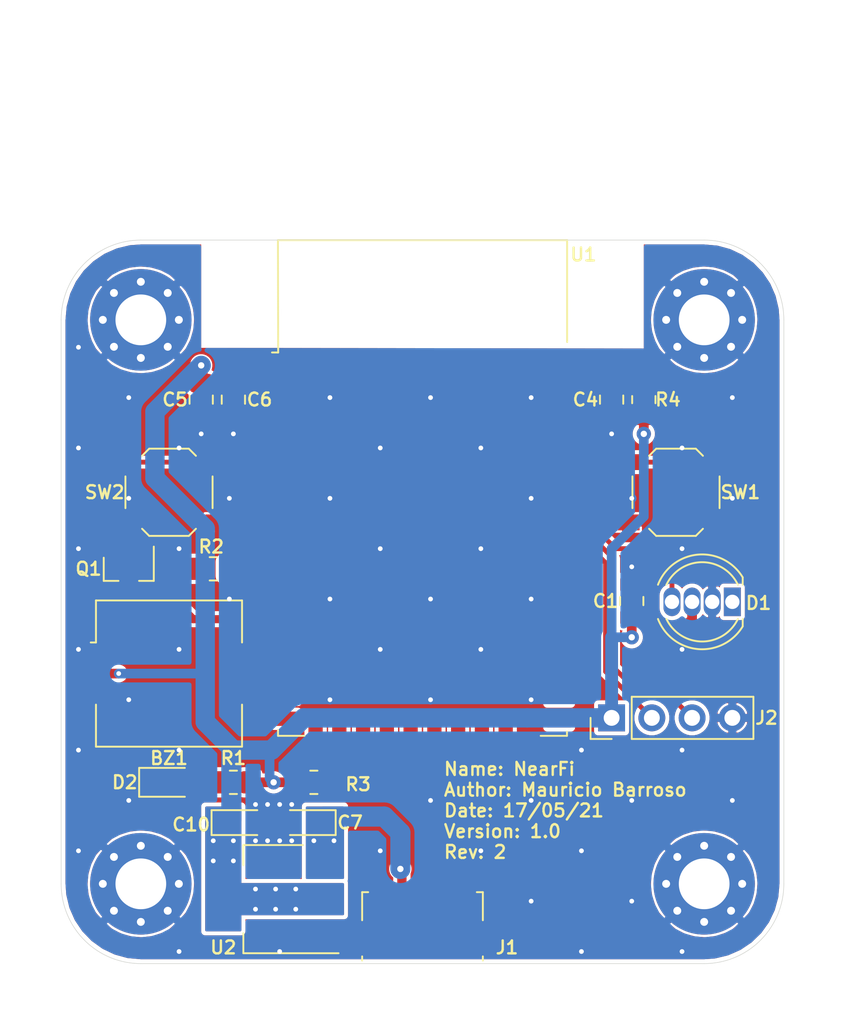
<source format=kicad_pcb>
(kicad_pcb (version 20171130) (host pcbnew 5.1.10-88a1d61d58~88~ubuntu20.10.1)
  (title_block (title natFi) (date 2021-05-17) (rev 2) (comment 3 "email: mauriciobarroso1990@gmail.com") (comment 4 "Author: Mauricio Barroso Benavides"))
  (layers (0 F.Cu signal) (31 B.Cu signal) (34 B.Paste user) (35 F.Paste user) (36 B.SilkS user) (37 F.SilkS user) (38 B.Mask user) (39 F.Mask user) (44 Edge.Cuts user))
  (net 0 "")
  (net 1 +3V3)
  (net 2 GND)
  (net 3 +5V)
  (net 4 /RGB)
  (net 5 "Net-(D2-Pad2)")
  (net 6 "Net-(J1-Pad6)")
  (net 7 /RXD)
  (net 8 /TXD)
  (net 9 "Net-(C4-Pad2)")
  (net 10 "Net-(SW2-Pad2)")
  (net 11 "Net-(R3-Pad1)")
  (net 12 "Net-(BZ1-Pad2)")
  (net 13 "Net-(Q1-Pad1)")
  (net 14 /BUZZER)
  (module RF_Module:ESP32-S2-WROVER (layer F.Cu) (at 149.352 59.69)
    (fp_text reference U1 (at 10.16 -18.542 180) (layer F.SilkS) (effects (font (size 0.8128 0.8128) (thickness 0.1524))))
    (fp_text value ESP32-S2-WROVER)
    (fp_line (start -9.12 11.8) (end -7.46 11.8) (layer F.SilkS) (width 0.12))
    (fp_line (start -9.12 11.44) (end -9.12 11.8) (layer F.SilkS) (width 0.12))
    (fp_line (start 9.12 11.8) (end 7.46 11.8) (layer F.SilkS) (width 0.12))
    (fp_line (start 9.12 11.54) (end 9.12 11.8) (layer F.SilkS) (width 0.12))
    (fp_line (start -9.125 -19.45) (end 9.13 -19.45) (layer F.SilkS) (width 0.12))
    (fp_line (start -9.11 -12.37) (end -9.125 -19.45) (layer F.SilkS) (width 0.12))
    (fp_line (start 9.13 -13.03) (end 9.13 -19.45) (layer F.SilkS) (width 0.12))
    (fp_line (start -9.11 -12.37) (end -9.5 -12.37) (layer F.SilkS) (width 0.12))
    (pad 43 smd rect (at -1.19 -3.735) (size 4.1 4.1) (layers F.Cu F.Paste F.Mask) (net 2 GND))
    (pad 42 smd rect (at 8.625 -11.675) (size 1.5 0.9) (layers F.Cu F.Paste F.Mask) (net 2 GND))
    (pad 41 smd rect (at 8.625 -10.275) (size 1.5 0.9) (layers F.Cu F.Paste F.Mask) (net 9 "Net-(C4-Pad2)"))
    (pad 40 smd rect (at 8.625 -8.775) (size 1.5 0.9) (layers F.Cu F.Paste F.Mask))
    (pad 39 smd rect (at 8.625 -7.175) (size 1.5 0.9) (layers F.Cu F.Paste F.Mask) (net 4 /RGB))
    (pad 25 smd rect (at 5.25 11.475) (size 0.9 1.5) (layers F.Cu F.Paste F.Mask))
    (pad 26 smd rect (at 6.75 11.475) (size 0.9 1.5) (layers F.Cu F.Paste F.Mask) (net 2 GND))
    (pad 27 smd rect (at 8.625 10.825) (size 1.5 0.9) (layers F.Cu F.Paste F.Mask))
    (pad 28 smd rect (at 8.625 9.325) (size 1.5 0.9) (layers F.Cu F.Paste F.Mask))
    (pad 29 smd rect (at 8.625 7.825) (size 1.5 0.9) (layers F.Cu F.Paste F.Mask))
    (pad 30 smd rect (at 8.625 6.325) (size 1.5 0.9) (layers F.Cu F.Paste F.Mask))
    (pad 31 smd rect (at 8.625 4.825) (size 1.5 0.9) (layers F.Cu F.Paste F.Mask))
    (pad 32 smd rect (at 8.625 3.325) (size 1.5 0.9) (layers F.Cu F.Paste F.Mask))
    (pad 33 smd rect (at 8.625 1.825) (size 1.5 0.9) (layers F.Cu F.Paste F.Mask))
    (pad 34 smd rect (at 8.625 0.325) (size 1.5 0.9) (layers F.Cu F.Paste F.Mask))
    (pad 35 smd rect (at 8.625 -1.175) (size 1.5 0.9) (layers F.Cu F.Paste F.Mask))
    (pad 36 smd rect (at 8.625 -2.675) (size 1.5 0.9) (layers F.Cu F.Paste F.Mask))
    (pad 37 smd rect (at 8.625 -4.175) (size 1.5 0.9) (layers F.Cu F.Paste F.Mask) (net 8 /TXD))
    (pad 38 smd rect (at 8.625 -5.675) (size 1.5 0.9) (layers F.Cu F.Paste F.Mask) (net 7 /RXD))
    (pad 14 smd rect (at -8.625 7.725) (size 1.5 0.9) (layers F.Cu F.Paste F.Mask))
    (pad 13 smd rect (at -8.625 6.225) (size 1.5 0.9) (layers F.Cu F.Paste F.Mask))
    (pad 12 smd rect (at -8.625 4.725) (size 1.5 0.9) (layers F.Cu F.Paste F.Mask))
    (pad 11 smd rect (at -8.625 3.225) (size 1.5 0.9) (layers F.Cu F.Paste F.Mask) (net 14 /BUZZER))
    (pad 10 smd rect (at -8.625 1.725) (size 1.5 0.9) (layers F.Cu F.Paste F.Mask))
    (pad 9 smd rect (at -8.625 0.225) (size 1.5 0.9) (layers F.Cu F.Paste F.Mask))
    (pad 8 smd rect (at -8.625 -1.275) (size 1.5 0.9) (layers F.Cu F.Paste F.Mask))
    (pad 7 smd rect (at -8.625 -2.775) (size 1.5 0.9) (layers F.Cu F.Paste F.Mask))
    (pad 6 smd rect (at -8.625 -4.275) (size 1.5 0.9) (layers F.Cu F.Paste F.Mask))
    (pad 5 smd rect (at -8.625 -5.775) (size 1.5 0.9) (layers F.Cu F.Paste F.Mask))
    (pad 4 smd rect (at -8.625 -7.275) (size 1.5 0.9) (layers F.Cu F.Paste F.Mask))
    (pad 3 smd rect (at -8.625 -8.775) (size 1.5 0.9) (layers F.Cu F.Paste F.Mask) (net 10 "Net-(SW2-Pad2)"))
    (pad 2 smd rect (at -8.625 -10.275) (size 1.5 0.9) (layers F.Cu F.Paste F.Mask) (net 1 +3V3))
    (pad 24 smd rect (at 3.75 11.475) (size 0.9 1.5) (layers F.Cu F.Paste F.Mask))
    (pad 23 smd rect (at 2.25 11.475) (size 0.9 1.5) (layers F.Cu F.Paste F.Mask))
    (pad 22 smd rect (at 0.75 11.475) (size 0.9 1.5) (layers F.Cu F.Paste F.Mask))
    (pad 21 smd rect (at -0.75 11.475) (size 0.9 1.5) (layers F.Cu F.Paste F.Mask) (net 11 "Net-(R3-Pad1)"))
    (pad 20 smd rect (at -2.25 11.475) (size 0.9 1.5) (layers F.Cu F.Paste F.Mask))
    (pad 19 smd rect (at -3.75 11.475) (size 0.9 1.5) (layers F.Cu F.Paste F.Mask))
    (pad 18 smd rect (at -5.25 11.475) (size 0.9 1.5) (layers F.Cu F.Paste F.Mask))
    (pad 17 smd rect (at -6.75 11.475) (size 0.9 1.5) (layers F.Cu F.Paste F.Mask))
    (pad 16 smd rect (at -8.625 10.725 180) (size 1.5 0.9) (layers F.Cu F.Paste F.Mask))
    (pad 15 smd rect (at -8.625 9.225 180) (size 1.5 0.9) (layers F.Cu F.Paste F.Mask))
    (pad 1 smd rect (at -8.625 -11.775) (size 1.5 0.9) (layers F.Cu F.Paste F.Mask) (net 2 GND))
  )
  (module Buzzer_Beeper:Buzzer_Murata_PKMCS0909E4000-R1 (layer F.Cu) (at 133.35 67.564)
    (fp_text reference BZ1 (at 0 5.334) (layer F.SilkS) (effects (font (size 0.8128 0.8128) (thickness 0.1524))))
    (fp_text value Buzzer)
    (fp_line (start -4.61 -1.96) (end -4.94 -1.96) (layer F.SilkS) (width 0.12))
    (fp_line (start -4.61 4.61) (end -4.61 1.96) (layer F.SilkS) (width 0.12))
    (fp_line (start 4.61 4.61) (end -4.61 4.61) (layer F.SilkS) (width 0.12))
    (fp_line (start 4.61 1.96) (end 4.61 4.61) (layer F.SilkS) (width 0.12))
    (fp_line (start 4.61 -4.61) (end 4.61 -1.96) (layer F.SilkS) (width 0.12))
    (fp_line (start -4.61 -4.61) (end 4.61 -4.61) (layer F.SilkS) (width 0.12))
    (fp_line (start -4.61 -1.96) (end -4.61 -4.61) (layer F.SilkS) (width 0.12))
    (pad 2 smd rect (at 4.35 0) (size 1.3 3.4) (layers F.Cu F.Paste F.Mask) (net 12 "Net-(BZ1-Pad2)"))
    (pad 1 smd rect (at -4.35 0) (size 1.3 3.4) (layers F.Cu F.Paste F.Mask) (net 1 +3V3))
  )
  (module Resistor_SMD:R_0805_2012Metric_Pad1.20x1.40mm_HandSolder (layer F.Cu) (at 136.144 60.96 180)
    (fp_text reference R2 (at 0.127 1.397) (layer F.SilkS) (effects (font (size 0.8128 0.8128) (thickness 0.1524))))
    (fp_text value 10K)
    (fp_line (start -0.227064 0.735) (end 0.227064 0.735) (layer F.SilkS) (width 0.12))
    (fp_line (start -0.227064 -0.735) (end 0.227064 -0.735) (layer F.SilkS) (width 0.12))
    (pad 1 smd roundrect (at -1 0 180) (size 1.2 1.4) (layers F.Cu F.Paste F.Mask) (roundrect_rratio 0.2083325) (net 14 /BUZZER))
    (pad 2 smd roundrect (at 1 0 180) (size 1.2 1.4) (layers F.Cu F.Paste F.Mask) (roundrect_rratio 0.2083325) (net 13 "Net-(Q1-Pad1)"))
  )
  (module Package_TO_SOT_SMD:SOT-23 (layer F.Cu) (at 130.81 60.96 270)
    (fp_text reference Q1 (at 0 2.54 180) (layer F.SilkS) (effects (font (size 0.8128 0.8128) (thickness 0.1524))))
    (fp_text value MMBT3904)
    (fp_line (start 0.76 1.58) (end 0.76 0.65) (layer F.SilkS) (width 0.12))
    (fp_line (start 0.76 -1.58) (end 0.76 -0.65) (layer F.SilkS) (width 0.12))
    (fp_line (start 0.76 -1.58) (end -1.4 -1.58) (layer F.SilkS) (width 0.12))
    (fp_line (start 0.76 1.58) (end -0.7 1.58) (layer F.SilkS) (width 0.12))
    (pad 3 smd rect (at 1 0 270) (size 0.9 0.8) (layers F.Cu F.Paste F.Mask) (net 12 "Net-(BZ1-Pad2)"))
    (pad 2 smd rect (at -1 0.95 270) (size 0.9 0.8) (layers F.Cu F.Paste F.Mask) (net 2 GND))
    (pad 1 smd rect (at -1 -0.95 270) (size 0.9 0.8) (layers F.Cu F.Paste F.Mask) (net 13 "Net-(Q1-Pad1)"))
  )
  (module Resistor_SMD:R_0805_2012Metric_Pad1.20x1.40mm_HandSolder (layer F.Cu) (at 137.414 74.422)
    (fp_text reference R1 (at 0 -1.524) (layer F.SilkS) (effects (font (size 0.8128 0.8128) (thickness 0.1524))))
    (fp_text value 5.1K)
    (fp_line (start -0.227064 0.735) (end 0.227064 0.735) (layer F.SilkS) (width 0.12))
    (fp_line (start -0.227064 -0.735) (end 0.227064 -0.735) (layer F.SilkS) (width 0.12))
    (pad 2 smd roundrect (at 1 0) (size 1.2 1.4) (layers F.Cu F.Paste F.Mask) (roundrect_rratio 0.2083325) (net 1 +3V3))
    (pad 1 smd roundrect (at -1 0) (size 1.2 1.4) (layers F.Cu F.Paste F.Mask) (roundrect_rratio 0.2083325) (net 5 "Net-(D2-Pad2)"))
  )
  (module LED_SMD:LED_0805_2012Metric_Castellated (layer F.Cu) (at 133.35 74.422)
    (fp_text reference D2 (at -2.794 0) (layer F.SilkS) (effects (font (size 0.8128 0.8128) (thickness 0.1524))))
    (fp_text value LED_PWR)
    (fp_line (start -1.885 0.91) (end 1 0.91) (layer F.SilkS) (width 0.12))
    (fp_line (start -1.885 -0.91) (end -1.885 0.91) (layer F.SilkS) (width 0.12))
    (fp_line (start 1 -0.91) (end -1.885 -0.91) (layer F.SilkS) (width 0.12))
    (pad 2 smd roundrect (at 0.9625 0) (size 1.325 1.3) (layers F.Cu F.Paste F.Mask) (roundrect_rratio 0.1923069230769231) (net 5 "Net-(D2-Pad2)"))
    (pad 1 smd roundrect (at -0.9625 0) (size 1.325 1.3) (layers F.Cu F.Paste F.Mask) (roundrect_rratio 0.1923069230769231) (net 2 GND))
  )
  (module Package_TO_SOT_SMD:SOT-223-3_TabPin2 (layer F.Cu) (at 139.954 81.788 180)
    (fp_text reference U2 (at 3.175 -3.048) (layer F.SilkS) (effects (font (size 0.8128 0.8128) (thickness 0.1524))))
    (fp_text value TLV1117-33)
    (fp_line (start -4.1 -3.41) (end 1.91 -3.41) (layer F.SilkS) (width 0.12))
    (fp_line (start -1.85 3.41) (end 1.91 3.41) (layer F.SilkS) (width 0.12))
    (fp_line (start 1.91 -3.41) (end 1.91 -2.15) (layer F.SilkS) (width 0.12))
    (fp_line (start 1.91 3.41) (end 1.91 2.15) (layer F.SilkS) (width 0.12))
    (pad 1 smd rect (at -3.15 -2.3 180) (size 2 1.5) (layers F.Cu F.Paste F.Mask) (net 2 GND))
    (pad 3 smd rect (at -3.15 2.3 180) (size 2 1.5) (layers F.Cu F.Paste F.Mask) (net 3 +5V))
    (pad 2 smd rect (at -3.15 0 180) (size 2 1.5) (layers F.Cu F.Paste F.Mask) (net 1 +3V3))
    (pad 2 smd rect (at 3.15 0 180) (size 2 3.8) (layers F.Cu F.Paste F.Mask) (net 1 +3V3))
  )
  (module Button_Switch_SMD:SW_SPST_TL3342 (layer F.Cu) (at 133.35 56.134 180)
    (fp_text reference SW2 (at 4.064 0) (layer F.SilkS) (effects (font (size 0.8128 0.8128) (thickness 0.1524))))
    (fp_text value BOOT)
    (fp_line (start -1.25 -2.75) (end 1.25 -2.75) (layer F.SilkS) (width 0.12))
    (fp_line (start -2.75 -1) (end -2.75 1) (layer F.SilkS) (width 0.12))
    (fp_line (start -1.25 2.75) (end 1.25 2.75) (layer F.SilkS) (width 0.12))
    (fp_line (start 2.75 -1) (end 2.75 1) (layer F.SilkS) (width 0.12))
    (fp_line (start -1.7 -2.3) (end -1.25 -2.75) (layer F.SilkS) (width 0.12))
    (fp_line (start 1.7 -2.3) (end 1.25 -2.75) (layer F.SilkS) (width 0.12))
    (fp_line (start 1.7 2.3) (end 1.25 2.75) (layer F.SilkS) (width 0.12))
    (fp_line (start -1.7 2.3) (end -1.25 2.75) (layer F.SilkS) (width 0.12))
    (pad 2 smd rect (at 3.15 1.9 180) (size 1.7 1) (layers F.Cu F.Paste F.Mask) (net 10 "Net-(SW2-Pad2)"))
    (pad 2 smd rect (at -3.15 1.9 180) (size 1.7 1) (layers F.Cu F.Paste F.Mask) (net 10 "Net-(SW2-Pad2)"))
    (pad 1 smd rect (at 3.15 -1.9 180) (size 1.7 1) (layers F.Cu F.Paste F.Mask) (net 2 GND))
    (pad 1 smd rect (at -3.15 -1.9 180) (size 1.7 1) (layers F.Cu F.Paste F.Mask) (net 2 GND))
  )
  (module Button_Switch_SMD:SW_SPST_TL3342 (layer F.Cu) (at 165.354 56.134 180)
    (fp_text reference SW1 (at -4.064 0) (layer F.SilkS) (effects (font (size 0.8128 0.8128) (thickness 0.1524))))
    (fp_text value RESET)
    (fp_line (start -1.25 -2.75) (end 1.25 -2.75) (layer F.SilkS) (width 0.12))
    (fp_line (start -2.75 -1) (end -2.75 1) (layer F.SilkS) (width 0.12))
    (fp_line (start -1.25 2.75) (end 1.25 2.75) (layer F.SilkS) (width 0.12))
    (fp_line (start 2.75 -1) (end 2.75 1) (layer F.SilkS) (width 0.12))
    (fp_line (start -1.7 -2.3) (end -1.25 -2.75) (layer F.SilkS) (width 0.12))
    (fp_line (start 1.7 -2.3) (end 1.25 -2.75) (layer F.SilkS) (width 0.12))
    (fp_line (start 1.7 2.3) (end 1.25 2.75) (layer F.SilkS) (width 0.12))
    (fp_line (start -1.7 2.3) (end -1.25 2.75) (layer F.SilkS) (width 0.12))
    (pad 2 smd rect (at 3.15 1.9 180) (size 1.7 1) (layers F.Cu F.Paste F.Mask) (net 9 "Net-(C4-Pad2)"))
    (pad 2 smd rect (at -3.15 1.9 180) (size 1.7 1) (layers F.Cu F.Paste F.Mask) (net 9 "Net-(C4-Pad2)"))
    (pad 1 smd rect (at 3.15 -1.9 180) (size 1.7 1) (layers F.Cu F.Paste F.Mask) (net 2 GND))
    (pad 1 smd rect (at -3.15 -1.9 180) (size 1.7 1) (layers F.Cu F.Paste F.Mask) (net 2 GND))
  )
  (module Connector_PinHeader_2.54mm:PinHeader_1x04_P2.54mm_Vertical (layer F.Cu) (at 161.29 70.358 90)
    (fp_text reference J2 (at 0 9.779 180) (layer F.SilkS) (effects (font (size 0.8128 0.8128) (thickness 0.1524))))
    (fp_text value CONN_PROG)
    (fp_line (start -1.33 -1.33) (end 0 -1.33) (layer F.SilkS) (width 0.12))
    (fp_line (start -1.33 0) (end -1.33 -1.33) (layer F.SilkS) (width 0.12))
    (fp_line (start -1.33 1.27) (end 1.33 1.27) (layer F.SilkS) (width 0.12))
    (fp_line (start 1.33 1.27) (end 1.33 8.95) (layer F.SilkS) (width 0.12))
    (fp_line (start -1.33 1.27) (end -1.33 8.95) (layer F.SilkS) (width 0.12))
    (fp_line (start -1.33 8.95) (end 1.33 8.95) (layer F.SilkS) (width 0.12))
    (pad 4 thru_hole oval (at 0 7.62 90) (size 1.7 1.7) (drill 1) (layers *.Cu *.Mask) (net 2 GND))
    (pad 3 thru_hole oval (at 0 5.08 90) (size 1.7 1.7) (drill 1) (layers *.Cu *.Mask) (net 7 /RXD))
    (pad 2 thru_hole oval (at 0 2.54 90) (size 1.7 1.7) (drill 1) (layers *.Cu *.Mask) (net 8 /TXD))
    (pad 1 thru_hole rect (at 0 0 90) (size 1.7 1.7) (drill 1) (layers *.Cu *.Mask) (net 1 +3V3))
  )
  (module MountingHole:MountingHole_3.2mm_M3_Pad_Via (layer F.Cu) (at 131.572 45.2628)
    (fp_text reference H4 hide)
    (fp_text value MountingHole_Pad)
    (pad 1 thru_hole circle (at 0 0) (size 6.4 6.4) (drill 3.2) (layers *.Cu *.Mask) (net 2 GND))
    (pad 1 thru_hole circle (at 2.4 0) (size 0.8 0.8) (drill 0.5) (layers *.Cu *.Mask) (net 2 GND))
    (pad 1 thru_hole circle (at 1.697056 1.697056) (size 0.8 0.8) (drill 0.5) (layers *.Cu *.Mask) (net 2 GND))
    (pad 1 thru_hole circle (at 0 2.4) (size 0.8 0.8) (drill 0.5) (layers *.Cu *.Mask) (net 2 GND))
    (pad 1 thru_hole circle (at -1.697056 1.697056) (size 0.8 0.8) (drill 0.5) (layers *.Cu *.Mask) (net 2 GND))
    (pad 1 thru_hole circle (at -2.4 0) (size 0.8 0.8) (drill 0.5) (layers *.Cu *.Mask) (net 2 GND))
    (pad 1 thru_hole circle (at -1.697056 -1.697056) (size 0.8 0.8) (drill 0.5) (layers *.Cu *.Mask) (net 2 GND))
    (pad 1 thru_hole circle (at 0 -2.4) (size 0.8 0.8) (drill 0.5) (layers *.Cu *.Mask) (net 2 GND))
    (pad 1 thru_hole circle (at 1.697056 -1.697056) (size 0.8 0.8) (drill 0.5) (layers *.Cu *.Mask) (net 2 GND))
  )
  (module MountingHole:MountingHole_3.2mm_M3_Pad_Via (layer F.Cu) (at 167.132 45.2628)
    (fp_text reference H3 hide)
    (fp_text value MountingHole_Pad)
    (pad 1 thru_hole circle (at 0 0) (size 6.4 6.4) (drill 3.2) (layers *.Cu *.Mask) (net 2 GND))
    (pad 1 thru_hole circle (at 2.4 0) (size 0.8 0.8) (drill 0.5) (layers *.Cu *.Mask) (net 2 GND))
    (pad 1 thru_hole circle (at 1.697056 1.697056) (size 0.8 0.8) (drill 0.5) (layers *.Cu *.Mask) (net 2 GND))
    (pad 1 thru_hole circle (at 0 2.4) (size 0.8 0.8) (drill 0.5) (layers *.Cu *.Mask) (net 2 GND))
    (pad 1 thru_hole circle (at -1.697056 1.697056) (size 0.8 0.8) (drill 0.5) (layers *.Cu *.Mask) (net 2 GND))
    (pad 1 thru_hole circle (at -2.4 0) (size 0.8 0.8) (drill 0.5) (layers *.Cu *.Mask) (net 2 GND))
    (pad 1 thru_hole circle (at -1.697056 -1.697056) (size 0.8 0.8) (drill 0.5) (layers *.Cu *.Mask) (net 2 GND))
    (pad 1 thru_hole circle (at 0 -2.4) (size 0.8 0.8) (drill 0.5) (layers *.Cu *.Mask) (net 2 GND))
    (pad 1 thru_hole circle (at 1.697056 -1.697056) (size 0.8 0.8) (drill 0.5) (layers *.Cu *.Mask) (net 2 GND))
  )
  (module MountingHole:MountingHole_3.2mm_M3_Pad_Via (layer F.Cu) (at 167.132 80.8228)
    (fp_text reference H2 hide)
    (fp_text value MountingHole_Pad)
    (pad 1 thru_hole circle (at 0 0) (size 6.4 6.4) (drill 3.2) (layers *.Cu *.Mask) (net 2 GND))
    (pad 1 thru_hole circle (at 2.4 0) (size 0.8 0.8) (drill 0.5) (layers *.Cu *.Mask) (net 2 GND))
    (pad 1 thru_hole circle (at 1.697056 1.697056) (size 0.8 0.8) (drill 0.5) (layers *.Cu *.Mask) (net 2 GND))
    (pad 1 thru_hole circle (at 0 2.4) (size 0.8 0.8) (drill 0.5) (layers *.Cu *.Mask) (net 2 GND))
    (pad 1 thru_hole circle (at -1.697056 1.697056) (size 0.8 0.8) (drill 0.5) (layers *.Cu *.Mask) (net 2 GND))
    (pad 1 thru_hole circle (at -2.4 0) (size 0.8 0.8) (drill 0.5) (layers *.Cu *.Mask) (net 2 GND))
    (pad 1 thru_hole circle (at -1.697056 -1.697056) (size 0.8 0.8) (drill 0.5) (layers *.Cu *.Mask) (net 2 GND))
    (pad 1 thru_hole circle (at 0 -2.4) (size 0.8 0.8) (drill 0.5) (layers *.Cu *.Mask) (net 2 GND))
    (pad 1 thru_hole circle (at 1.697056 -1.697056) (size 0.8 0.8) (drill 0.5) (layers *.Cu *.Mask) (net 2 GND))
  )
  (module MountingHole:MountingHole_3.2mm_M3_Pad_Via (layer F.Cu) (at 131.572 80.8228)
    (fp_text reference H1 hide)
    (fp_text value MountingHole_Pad)
    (pad 1 thru_hole circle (at 0 0) (size 6.4 6.4) (drill 3.2) (layers *.Cu *.Mask) (net 2 GND))
    (pad 1 thru_hole circle (at 2.4 0) (size 0.8 0.8) (drill 0.5) (layers *.Cu *.Mask) (net 2 GND))
    (pad 1 thru_hole circle (at 1.697056 1.697056) (size 0.8 0.8) (drill 0.5) (layers *.Cu *.Mask) (net 2 GND))
    (pad 1 thru_hole circle (at 0 2.4) (size 0.8 0.8) (drill 0.5) (layers *.Cu *.Mask) (net 2 GND))
    (pad 1 thru_hole circle (at -1.697056 1.697056) (size 0.8 0.8) (drill 0.5) (layers *.Cu *.Mask) (net 2 GND))
    (pad 1 thru_hole circle (at -2.4 0) (size 0.8 0.8) (drill 0.5) (layers *.Cu *.Mask) (net 2 GND))
    (pad 1 thru_hole circle (at -1.697056 -1.697056) (size 0.8 0.8) (drill 0.5) (layers *.Cu *.Mask) (net 2 GND))
    (pad 1 thru_hole circle (at 0 -2.4) (size 0.8 0.8) (drill 0.5) (layers *.Cu *.Mask) (net 2 GND))
    (pad 1 thru_hole circle (at 1.697056 -1.697056) (size 0.8 0.8) (drill 0.5) (layers *.Cu *.Mask) (net 2 GND))
  )
  (module LED_THT:LED_D5.0mm-4_RGB (layer F.Cu) (at 168.91 63.0428 180)
    (fp_text reference D1 (at -1.651 -0.0762) (layer F.SilkS) (effects (font (size 0.8128 0.8128) (thickness 0.1524))))
    (fp_text value NeoPixel_THT)
    (fp_line (start -0.655 1.08) (end -0.655 1.545) (layer F.SilkS) (width 0.12))
    (fp_line (start -0.655 -1.545) (end -0.655 -1.08) (layer F.SilkS) (width 0.12))
    (fp_arc (start 1.905 0) (end -0.655 -1.54483) (angle 127.7) (layer F.SilkS) (width 0.12))
    (fp_arc (start 1.905 0) (end -0.655 1.54483) (angle -127.7) (layer F.SilkS) (width 0.12))
    (fp_arc (start 1.905 0) (end -0.349684 -1.08) (angle 128.8) (layer F.SilkS) (width 0.12))
    (fp_arc (start 1.905 0) (end -0.349684 1.08) (angle -128.8) (layer F.SilkS) (width 0.12))
    (pad 1 thru_hole rect (at 0 0 180) (size 1.07 1.8) (drill 0.9) (layers *.Cu *.Mask))
    (pad 2 thru_hole oval (at 1.27 0 180) (size 1.07 1.8) (drill 0.9) (layers *.Cu *.Mask) (net 2 GND))
    (pad 3 thru_hole oval (at 2.54 0 180) (size 1.07 1.8) (drill 0.9) (layers *.Cu *.Mask) (net 1 +3V3))
    (pad 4 thru_hole oval (at 3.81 0 180) (size 1.07 1.8) (drill 0.9) (layers *.Cu *.Mask) (net 4 /RGB))
  )
  (module Resistor_SMD:R_0805_2012Metric_Pad1.20x1.40mm_HandSolder (layer F.Cu) (at 142.494 74.422 180)
    (fp_text reference R3 (at -2.794 -0.127) (layer F.SilkS) (effects (font (size 0.8128 0.8128) (thickness 0.1524))))
    (fp_text value 10K)
    (fp_line (start -0.227064 0.735) (end 0.227064 0.735) (layer F.SilkS) (width 0.12))
    (fp_line (start -0.227064 -0.735) (end 0.227064 -0.735) (layer F.SilkS) (width 0.12))
    (pad 1 smd roundrect (at -1 0 180) (size 1.2 1.4) (layers F.Cu F.Paste F.Mask) (roundrect_rratio 0.2083325) (net 11 "Net-(R3-Pad1)"))
    (pad 2 smd roundrect (at 1 0 180) (size 1.2 1.4) (layers F.Cu F.Paste F.Mask) (roundrect_rratio 0.2083325) (net 1 +3V3))
  )
  (module Capacitor_Tantalum_SMD:CP_EIA-2012-15_AVX-P_Pad1.30x1.05mm_HandSolder (layer F.Cu) (at 137.922 76.962)
    (fp_text reference C10 (at -3.175 0.127) (layer F.SilkS) (effects (font (size 0.8128 0.8128) (thickness 0.1524))))
    (fp_text value 10u)
    (fp_line (start -1.885 0.785) (end 1 0.785) (layer F.SilkS) (width 0.12))
    (fp_line (start -1.885 -0.785) (end -1.885 0.785) (layer F.SilkS) (width 0.12))
    (fp_line (start 1 -0.785) (end -1.885 -0.785) (layer F.SilkS) (width 0.12))
    (pad 2 smd roundrect (at 0.975 0) (size 1.3 1.05) (layers F.Cu F.Paste F.Mask) (roundrect_rratio 0.2380942857142857) (net 2 GND))
    (pad 1 smd roundrect (at -0.975 0) (size 1.3 1.05) (layers F.Cu F.Paste F.Mask) (roundrect_rratio 0.2380942857142857) (net 1 +3V3))
  )
  (module Capacitor_Tantalum_SMD:CP_EIA-2012-15_AVX-P_Pad1.30x1.05mm_HandSolder (layer F.Cu) (at 141.986 76.962 180)
    (fp_text reference C7 (at -2.794 0) (layer F.SilkS) (effects (font (size 0.8128 0.8128) (thickness 0.1524))))
    (fp_text value 10u)
    (fp_line (start -1.885 0.785) (end 1 0.785) (layer F.SilkS) (width 0.12))
    (fp_line (start -1.885 -0.785) (end -1.885 0.785) (layer F.SilkS) (width 0.12))
    (fp_line (start 1 -0.785) (end -1.885 -0.785) (layer F.SilkS) (width 0.12))
    (pad 2 smd roundrect (at 0.975 0 180) (size 1.3 1.05) (layers F.Cu F.Paste F.Mask) (roundrect_rratio 0.2380942857142857) (net 2 GND))
    (pad 1 smd roundrect (at -0.975 0 180) (size 1.3 1.05) (layers F.Cu F.Paste F.Mask) (roundrect_rratio 0.2380942857142857) (net 3 +5V))
  )
  (module Connector_USB:USB_Micro-B_Molex_47346-0001 (layer F.Cu) (at 149.352 83.058)
    (fp_text reference J1 (at 5.334 1.778 180) (layer F.SilkS) (effects (font (size 0.8128 0.8128) (thickness 0.1524))))
    (fp_text value PWR_CONN)
    (fp_line (start 3.81 -1.71) (end 3.43 -1.71) (layer F.SilkS) (width 0.12))
    (fp_line (start 3.81 2.34) (end 3.81 2.6) (layer F.SilkS) (width 0.12))
    (fp_line (start 3.81 -1.71) (end 3.81 0.06) (layer F.SilkS) (width 0.12))
    (fp_line (start -3.81 -1.71) (end -3.43 -1.71) (layer F.SilkS) (width 0.12))
    (fp_line (start -3.81 0.06) (end -3.81 -1.71) (layer F.SilkS) (width 0.12))
    (fp_line (start -3.81 2.6) (end -3.81 2.34) (layer F.SilkS) (width 0.12))
    (pad 1 smd rect (at -1.3 -1.46) (size 0.45 1.38) (layers F.Cu F.Paste F.Mask) (net 3 +5V))
    (pad 2 smd rect (at -0.65 -1.46) (size 0.45 1.38) (layers F.Cu F.Paste F.Mask))
    (pad 3 smd rect (at 0 -1.46) (size 0.45 1.38) (layers F.Cu F.Paste F.Mask))
    (pad 4 smd rect (at 0.65 -1.46) (size 0.45 1.38) (layers F.Cu F.Paste F.Mask))
    (pad 5 smd rect (at 1.3 -1.46) (size 0.45 1.38) (layers F.Cu F.Paste F.Mask) (net 2 GND))
    (pad 6 smd rect (at -2.4875 -1.375) (size 1.425 1.55) (layers F.Cu F.Paste F.Mask) (net 6 "Net-(J1-Pad6)"))
    (pad 6 smd rect (at 2.4875 -1.375) (size 1.425 1.55) (layers F.Cu F.Paste F.Mask) (net 6 "Net-(J1-Pad6)"))
    (pad 6 smd rect (at -3.375 1.2) (size 1.65 1.3) (layers F.Cu F.Paste F.Mask) (net 6 "Net-(J1-Pad6)"))
    (pad 6 smd rect (at 3.375 1.2) (size 1.65 1.3) (layers F.Cu F.Paste F.Mask) (net 6 "Net-(J1-Pad6)"))
    (pad 6 smd rect (at -1.15 1.2) (size 1.8 1.9) (layers F.Cu F.Paste F.Mask) (net 6 "Net-(J1-Pad6)"))
    (pad 6 smd rect (at 1.55 1.2) (size 1 1.9) (layers F.Cu F.Paste F.Mask) (net 6 "Net-(J1-Pad6)"))
  )
  (module Capacitor_SMD:C_0805_2012Metric_Pad1.18x1.45mm_HandSolder (layer F.Cu) (at 162.56 62.992 90)
    (fp_text reference C1 (at 0 -1.651 180) (layer F.SilkS) (effects (font (size 0.8128 0.8128) (thickness 0.1524))))
    (fp_text value 100n)
    (fp_line (start -0.261252 0.735) (end 0.261252 0.735) (layer F.SilkS) (width 0.12))
    (fp_line (start -0.261252 -0.735) (end 0.261252 -0.735) (layer F.SilkS) (width 0.12))
    (pad 2 smd roundrect (at 1.0375 0 90) (size 1.175 1.45) (layers F.Cu F.Paste F.Mask) (roundrect_rratio 0.2127659574468085) (net 2 GND))
    (pad 1 smd roundrect (at -1.0375 0 90) (size 1.175 1.45) (layers F.Cu F.Paste F.Mask) (roundrect_rratio 0.2127659574468085) (net 1 +3V3))
  )
  (module Capacitor_SMD:C_0805_2012Metric_Pad1.18x1.45mm_HandSolder (layer F.Cu) (at 161.29 50.292 90)
    (fp_text reference C4 (at 0 -1.651 180) (layer F.SilkS) (effects (font (size 0.8128 0.8128) (thickness 0.1524))))
    (fp_text value 1u)
    (fp_line (start -0.261252 -0.735) (end 0.261252 -0.735) (layer F.SilkS) (width 0.12))
    (fp_line (start -0.261252 0.735) (end 0.261252 0.735) (layer F.SilkS) (width 0.12))
    (pad 1 smd roundrect (at -1.0375 0 90) (size 1.175 1.45) (layers F.Cu F.Paste F.Mask) (roundrect_rratio 0.2127659574468085) (net 2 GND))
    (pad 2 smd roundrect (at 1.0375 0 90) (size 1.175 1.45) (layers F.Cu F.Paste F.Mask) (roundrect_rratio 0.2127659574468085) (net 9 "Net-(C4-Pad2)"))
  )
  (module Resistor_SMD:R_0805_2012Metric_Pad1.20x1.40mm_HandSolder (layer F.Cu) (at 163.322 50.292 270)
    (fp_text reference R4 (at 0 -1.524 180) (layer F.SilkS) (effects (font (size 0.8128 0.8128) (thickness 0.1524))))
    (fp_text value 10K)
    (fp_line (start -0.227064 -0.735) (end 0.227064 -0.735) (layer F.SilkS) (width 0.12))
    (fp_line (start -0.227064 0.735) (end 0.227064 0.735) (layer F.SilkS) (width 0.12))
    (pad 1 smd roundrect (at -1 0 270) (size 1.2 1.4) (layers F.Cu F.Paste F.Mask) (roundrect_rratio 0.2083325) (net 9 "Net-(C4-Pad2)"))
    (pad 2 smd roundrect (at 1 0 270) (size 1.2 1.4) (layers F.Cu F.Paste F.Mask) (roundrect_rratio 0.2083325) (net 1 +3V3))
  )
  (module Capacitor_SMD:C_0805_2012Metric_Pad1.18x1.45mm_HandSolder (layer F.Cu) (at 137.414 50.292 90)
    (fp_text reference C6 (at 0 1.651 180) (layer F.SilkS) (effects (font (size 0.8128 0.8128) (thickness 0.1524))))
    (fp_text value 100n)
    (fp_line (start -0.261252 -0.735) (end 0.261252 -0.735) (layer F.SilkS) (width 0.12))
    (fp_line (start -0.261252 0.735) (end 0.261252 0.735) (layer F.SilkS) (width 0.12))
    (pad 1 smd roundrect (at -1.0375 0 90) (size 1.175 1.45) (layers F.Cu F.Paste F.Mask) (roundrect_rratio 0.2127659574468085) (net 2 GND))
    (pad 2 smd roundrect (at 1.0375 0 90) (size 1.175 1.45) (layers F.Cu F.Paste F.Mask) (roundrect_rratio 0.2127659574468085) (net 1 +3V3))
  )
  (module Capacitor_SMD:C_0805_2012Metric_Pad1.18x1.45mm_HandSolder (layer F.Cu) (at 135.382 50.292 90)
    (fp_text reference C5 (at 0 -1.651 180) (layer F.SilkS) (effects (font (size 0.8128 0.8128) (thickness 0.1524))))
    (fp_text value 22u)
    (fp_line (start -0.261252 -0.735) (end 0.261252 -0.735) (layer F.SilkS) (width 0.12))
    (fp_line (start -0.261252 0.735) (end 0.261252 0.735) (layer F.SilkS) (width 0.12))
    (pad 1 smd roundrect (at -1.0375 0 90) (size 1.175 1.45) (layers F.Cu F.Paste F.Mask) (roundrect_rratio 0.2127659574468085) (net 2 GND))
    (pad 2 smd roundrect (at 1.0375 0 90) (size 1.175 1.45) (layers F.Cu F.Paste F.Mask) (roundrect_rratio 0.2127659574468085) (net 1 +3V3))
  )
  (gr_arc (start 167.132 80.8228) (end 167.132 85.852) (angle -90) (layer Edge.Cuts) (width 0.038099))
  (gr_text "Name: NearFi\nAuthor: Mauricio Barroso\nDate: 17/05/21\nVersion: 1.0\nRev: 2\n" (at 150.622 76.2) (layer F.SilkS) (effects (font (size 0.8128 0.8128) (thickness 0.1524)) (justify left)))
  (gr_arc (start 131.572 45.2628) (end 131.572 40.2336) (angle -90) (layer Edge.Cuts) (width 0.038099))
  (gr_arc (start 167.132 45.2628) (end 172.1612 45.2628) (angle -90) (layer Edge.Cuts) (width 0.038099))
  (gr_arc (start 131.572 80.8228) (end 126.5428 80.8228) (angle -90) (layer Edge.Cuts) (width 0.038099))
  (gr_line (start 172.1612 45.2628) (end 172.1612 80.8228) (layer Edge.Cuts) (width 0.038099))
  (gr_line (start 131.572 40.2336) (end 167.132 40.2336) (layer Edge.Cuts) (width 0.038099))
  (gr_line (start 126.5428 80.8228) (end 126.5428 45.2628) (layer Edge.Cuts) (width 0.038099))
  (gr_line (start 167.132 85.852) (end 131.572 85.852) (layer Edge.Cuts) (width 0.038099))
  (via (at 162.56 65.278) (size 0.9) (drill 0.4) (layers F.Cu B.Cu) (net 1))
  (segment (start 162.56 64.0295) (end 162.56 65.278) (width 0.6096) (layer F.Cu) (net 1))
  (via (at 137.414 78.105) (size 0.6) (drill 0.3) (layers F.Cu B.Cu) (net 1))
  (via (at 136.144 78.105) (size 0.6) (drill 0.3) (layers F.Cu B.Cu) (net 1))
  (via (at 136.144 79.375) (size 0.6) (drill 0.3) (layers F.Cu B.Cu) (net 1))
  (via (at 137.414 79.375) (size 0.6) (drill 0.3) (layers F.Cu B.Cu) (net 1))
  (via (at 138.811 81.153) (size 0.6) (drill 0.3) (layers F.Cu B.Cu) (net 1))
  (via (at 138.811 82.423) (size 0.6) (drill 0.3) (layers F.Cu B.Cu) (net 1))
  (via (at 141.351 82.423) (size 0.6) (drill 0.3) (layers F.Cu B.Cu) (net 1))
  (via (at 163.322 52.451) (size 0.9) (drill 0.4) (layers F.Cu B.Cu) (net 1))
  (via (at 135.382 48.133) (size 0.9) (drill 0.4) (layers F.Cu B.Cu) (net 1))
  (segment (start 162.56 65.278) (end 161.29 65.278) (width 0.6096) (layer B.Cu) (net 1))
  (segment (start 163.322 51.292) (end 163.322 52.578) (width 0.6096) (layer F.Cu) (net 1))
  (segment (start 135.382 49.2545) (end 135.382 48.133) (width 0.8128) (layer F.Cu) (net 1))
  (segment (start 135.382 49.2545) (end 137.414 49.2545) (width 0.8128) (layer F.Cu) (net 1))
  (segment (start 137.414 49.2545) (end 138.7895 49.2545) (width 0.8128) (layer F.Cu) (net 1))
  (segment (start 138.95 49.415) (end 140.727 49.415) (width 0.8128) (layer F.Cu) (net 1))
  (segment (start 138.7895 49.2545) (end 138.95 49.415) (width 0.8128) (layer F.Cu) (net 1))
  (segment (start 166.37 64.135) (end 166.37 63.0428) (width 0.6096) (layer F.Cu) (net 1))
  (segment (start 161.29 70.358) (end 161.29 65.278) (width 0.8128) (layer B.Cu) (net 1))
  (segment (start 139.827 72.39) (end 141.859 70.358) (width 1.2192) (layer B.Cu) (net 1))
  (segment (start 155.956 70.358) (end 161.29 70.358) (width 1.2192) (layer B.Cu) (net 1))
  (segment (start 141.859 70.358) (end 155.956 70.358) (width 1.2192) (layer B.Cu) (net 1))
  (segment (start 137.287 76.835) (end 137.287 72.39) (width 1.27) (layer B.Cu) (net 1))
  (segment (start 137.414 72.39) (end 139.827 72.39) (width 1.2192) (layer B.Cu) (net 1))
  (segment (start 135.636 70.612) (end 137.414 72.39) (width 1.2192) (layer B.Cu) (net 1))
  (segment (start 132.461 55.245) (end 135.636 58.42) (width 1.2192) (layer B.Cu) (net 1))
  (segment (start 132.461 51.054) (end 132.461 55.245) (width 1.2192) (layer B.Cu) (net 1))
  (segment (start 135.382 48.133) (end 132.461 51.054) (width 1.2192) (layer B.Cu) (net 1))
  (via (at 140.081 82.423) (size 0.6) (drill 0.3) (layers F.Cu B.Cu) (net 1))
  (via (at 140.081 81.153) (size 0.6) (drill 0.3) (layers F.Cu B.Cu) (net 1))
  (via (at 141.351 81.153) (size 0.6) (drill 0.3) (layers F.Cu B.Cu) (net 1))
  (segment (start 165.989 64.516) (end 166.37 64.135) (width 0.6096) (layer F.Cu) (net 1))
  (segment (start 164.084 64.516) (end 165.989 64.516) (width 0.6096) (layer F.Cu) (net 1))
  (segment (start 163.5975 64.0295) (end 164.084 64.516) (width 0.6096) (layer F.Cu) (net 1))
  (segment (start 162.56 64.0295) (end 163.5975 64.0295) (width 0.6096) (layer F.Cu) (net 1))
  (via (at 130.175 67.564) (size 0.6) (drill 0.3) (layers F.Cu B.Cu) (net 1))
  (segment (start 129 67.564) (end 130.175 67.564) (width 0.6096) (layer F.Cu) (net 1))
  (segment (start 135.636 58.42) (end 135.636 70.612) (width 1.2192) (layer B.Cu) (net 1))
  (segment (start 130.175 67.564) (end 135.636 67.564) (width 0.6096) (layer B.Cu) (net 1))
  (segment (start 138.414 74.422) (end 139.954 74.422) (width 0.6096) (layer F.Cu) (net 1))
  (segment (start 139.7 72.517) (end 139.827 72.39) (width 0.6096) (layer B.Cu) (net 1))
  (segment (start 140.986 74.422) (end 139.954 74.422) (width 0.6096) (layer F.Cu) (net 1))
  (via (at 139.954 74.422) (size 0.9) (drill 0.4) (layers F.Cu B.Cu) (net 1))
  (segment (start 139.7 74.168) (end 139.954 74.422) (width 0.6096) (layer B.Cu) (net 1))
  (segment (start 139.7 72.517) (end 139.7 74.168) (width 0.6096) (layer B.Cu) (net 1))
  (segment (start 163.322 52.451) (end 163.322 57.658) (width 0.6096) (layer B.Cu) (net 1))
  (segment (start 161.29 59.69) (end 161.29 65.278) (width 0.6096) (layer B.Cu) (net 1))
  (segment (start 163.322 57.658) (end 161.29 59.69) (width 0.6096) (layer B.Cu) (net 1))
  (via (at 162.56 60.833) (size 0.6) (drill 0.3) (layers F.Cu B.Cu) (net 2))
  (segment (start 162.56 61.9545) (end 162.56 60.833) (width 0.3048) (layer F.Cu) (net 2))
  (via (at 161.29 52.451) (size 0.6) (drill 0.3) (layers F.Cu B.Cu) (net 2))
  (segment (start 161.29 51.3295) (end 161.29 52.451) (width 0.3048) (layer F.Cu) (net 2))
  (segment (start 135.382 51.3295) (end 135.382 52.451) (width 0.4064) (layer F.Cu) (net 2))
  (via (at 135.382 52.451) (size 0.6) (drill 0.3) (layers F.Cu B.Cu) (net 2))
  (segment (start 137.414 51.3295) (end 137.414 52.451) (width 0.3048) (layer F.Cu) (net 2))
  (via (at 137.414 52.451) (size 0.6) (drill 0.3) (layers F.Cu B.Cu) (net 2))
  (via (at 138.811 75.819) (size 0.6) (drill 0.3) (layers F.Cu B.Cu) (net 2))
  (via (at 141.097 75.819) (size 0.6) (drill 0.3) (layers F.Cu B.Cu) (net 2))
  (via (at 139.573 75.819) (size 0.6) (drill 0.3) (layers F.Cu B.Cu) (net 2))
  (via (at 138.811 78.105) (size 0.6) (drill 0.3) (layers F.Cu B.Cu) (net 2))
  (via (at 141.097 78.105) (size 0.6) (drill 0.3) (layers F.Cu B.Cu) (net 2))
  (via (at 139.573 78.105) (size 0.6) (drill 0.3) (layers F.Cu B.Cu) (net 2))
  (via (at 140.335 75.819) (size 0.6) (drill 0.3) (layers F.Cu B.Cu) (net 2))
  (via (at 140.335 78.105) (size 0.6) (drill 0.3) (layers F.Cu B.Cu) (net 2))
  (via (at 133.985 85.09) (size 0.6) (drill 0.3) (layers F.Cu B.Cu) (net 2))
  (via (at 140.335 85.09) (size 0.6) (drill 0.3) (layers F.Cu B.Cu) (net 2))
  (via (at 159.385 85.09) (size 0.6) (drill 0.3) (layers F.Cu B.Cu) (net 2))
  (via (at 165.735 85.09) (size 0.6) (drill 0.3) (layers F.Cu B.Cu) (net 2))
  (via (at 162.56 81.915) (size 0.6) (drill 0.3) (layers F.Cu B.Cu) (net 2))
  (via (at 156.21 81.915) (size 0.6) (drill 0.3) (layers F.Cu B.Cu) (net 2))
  (via (at 127.635 78.74) (size 0.6) (drill 0.3) (layers F.Cu B.Cu) (net 2))
  (via (at 146.685 78.74) (size 0.6) (drill 0.3) (layers F.Cu B.Cu) (net 2))
  (via (at 153.035 78.74) (size 0.6) (drill 0.3) (layers F.Cu B.Cu) (net 2))
  (via (at 159.385 78.74) (size 0.6) (drill 0.3) (layers F.Cu B.Cu) (net 2))
  (via (at 168.91 75.565) (size 0.6) (drill 0.3) (layers F.Cu B.Cu) (net 2))
  (via (at 162.56 75.565) (size 0.6) (drill 0.3) (layers F.Cu B.Cu) (net 2))
  (via (at 156.21 75.565) (size 0.6) (drill 0.3) (layers F.Cu B.Cu) (net 2))
  (via (at 149.86 75.565) (size 0.6) (drill 0.3) (layers F.Cu B.Cu) (net 2))
  (via (at 130.81 75.565) (size 0.6) (drill 0.3) (layers F.Cu B.Cu) (net 2))
  (via (at 127.635 72.39) (size 0.6) (drill 0.3) (layers F.Cu B.Cu) (net 2))
  (via (at 133.985 72.39) (size 0.6) (drill 0.3) (layers F.Cu B.Cu) (net 2))
  (via (at 159.385 72.39) (size 0.6) (drill 0.3) (layers F.Cu B.Cu) (net 2))
  (via (at 165.735 72.39) (size 0.6) (drill 0.3) (layers F.Cu B.Cu) (net 2))
  (via (at 156.21 69.215) (size 0.6) (drill 0.3) (layers F.Cu B.Cu) (net 2))
  (via (at 149.86 69.215) (size 0.6) (drill 0.3) (layers F.Cu B.Cu) (net 2))
  (via (at 143.51 69.215) (size 0.6) (drill 0.3) (layers F.Cu B.Cu) (net 2))
  (via (at 130.81 69.215) (size 0.6) (drill 0.3) (layers F.Cu B.Cu) (net 2))
  (via (at 127.635 66.04) (size 0.6) (drill 0.3) (layers F.Cu B.Cu) (net 2))
  (via (at 133.985 66.04) (size 0.6) (drill 0.3) (layers F.Cu B.Cu) (net 2))
  (via (at 146.685 66.04) (size 0.6) (drill 0.3) (layers F.Cu B.Cu) (net 2))
  (via (at 153.035 66.04) (size 0.6) (drill 0.3) (layers F.Cu B.Cu) (net 2))
  (via (at 156.21 62.865) (size 0.6) (drill 0.3) (layers F.Cu B.Cu) (net 2))
  (via (at 149.86 62.865) (size 0.6) (drill 0.3) (layers F.Cu B.Cu) (net 2))
  (via (at 143.51 62.865) (size 0.6) (drill 0.3) (layers F.Cu B.Cu) (net 2))
  (via (at 127.635 59.69) (size 0.6) (drill 0.3) (layers F.Cu B.Cu) (net 2))
  (via (at 133.985 59.69) (size 0.6) (drill 0.3) (layers F.Cu B.Cu) (net 2))
  (via (at 146.685 59.69) (size 0.6) (drill 0.3) (layers F.Cu B.Cu) (net 2))
  (via (at 153.035 59.69) (size 0.6) (drill 0.3) (layers F.Cu B.Cu) (net 2))
  (via (at 165.735 59.69) (size 0.6) (drill 0.3) (layers F.Cu B.Cu) (net 2))
  (via (at 168.91 56.515) (size 0.6) (drill 0.3) (layers F.Cu B.Cu) (net 2))
  (via (at 162.56 56.515) (size 0.6) (drill 0.3) (layers F.Cu B.Cu) (net 2))
  (via (at 156.21 56.515) (size 0.6) (drill 0.3) (layers F.Cu B.Cu) (net 2))
  (via (at 143.51 56.515) (size 0.6) (drill 0.3) (layers F.Cu B.Cu) (net 2))
  (via (at 130.81 56.515) (size 0.6) (drill 0.3) (layers F.Cu B.Cu) (net 2))
  (via (at 127.635 53.34) (size 0.6) (drill 0.3) (layers F.Cu B.Cu) (net 2))
  (via (at 133.985 53.34) (size 0.6) (drill 0.3) (layers F.Cu B.Cu) (net 2))
  (via (at 146.685 53.34) (size 0.6) (drill 0.3) (layers F.Cu B.Cu) (net 2))
  (via (at 153.035 53.34) (size 0.6) (drill 0.3) (layers F.Cu B.Cu) (net 2))
  (via (at 165.735 53.34) (size 0.6) (drill 0.3) (layers F.Cu B.Cu) (net 2))
  (via (at 168.91 50.165) (size 0.6) (drill 0.3) (layers F.Cu B.Cu) (net 2))
  (via (at 156.21 50.165) (size 0.6) (drill 0.3) (layers F.Cu B.Cu) (net 2))
  (via (at 149.86 50.165) (size 0.6) (drill 0.3) (layers F.Cu B.Cu) (net 2))
  (via (at 143.51 50.165) (size 0.6) (drill 0.3) (layers F.Cu B.Cu) (net 2))
  (via (at 130.81 50.165) (size 0.6) (drill 0.3) (layers F.Cu B.Cu) (net 2))
  (via (at 127.635 46.99) (size 0.6) (drill 0.3) (layers F.Cu B.Cu) (net 2))
  (via (at 137.16 62.865) (size 0.6) (drill 0.3) (layers F.Cu B.Cu) (net 2))
  (via (at 137.16 56.515) (size 0.6) (drill 0.3) (layers F.Cu B.Cu) (net 2))
  (via (at 165.735 66.04) (size 0.6) (drill 0.3) (layers F.Cu B.Cu) (net 2))
  (via (at 143.764 78.105) (size 0.6) (drill 0.3) (layers F.Cu B.Cu) (net 3))
  (via (at 142.494 78.105) (size 0.6) (drill 0.3) (layers F.Cu B.Cu) (net 3))
  (via (at 147.955 79.883) (size 0.9) (drill 0.4) (layers F.Cu B.Cu) (net 3))
  (segment (start 148.052 79.98) (end 147.955 79.883) (width 0.508) (layer F.Cu) (net 3))
  (segment (start 148.052 81.598) (end 148.052 79.98) (width 0.5842) (layer F.Cu) (net 3))
  (segment (start 147.955 79.883) (end 147.955 77.597) (width 1.27) (layer B.Cu) (net 3))
  (segment (start 147.955 77.597) (end 146.939 76.581) (width 1.27) (layer B.Cu) (net 3))
  (segment (start 146.939 76.581) (end 143.129 76.581) (width 1.27) (layer B.Cu) (net 3))
  (segment (start 165.1 61.341) (end 165.1 63.0428) (width 0.3048) (layer F.Cu) (net 4))
  (segment (start 163.449 59.69) (end 165.1 61.341) (width 0.3048) (layer F.Cu) (net 4))
  (segment (start 160.401 58.547) (end 161.544 59.69) (width 0.3048) (layer F.Cu) (net 4))
  (segment (start 161.544 59.69) (end 163.449 59.69) (width 0.3048) (layer F.Cu) (net 4))
  (segment (start 160.401 53.848) (end 160.401 58.547) (width 0.3048) (layer F.Cu) (net 4))
  (segment (start 159.068 52.515) (end 160.401 53.848) (width 0.3048) (layer F.Cu) (net 4))
  (segment (start 157.977 52.515) (end 159.068 52.515) (width 0.3048) (layer F.Cu) (net 4))
  (segment (start 134.3125 74.422) (end 136.414 74.422) (width 0.3048) (layer F.Cu) (net 5))
  (segment (start 166.37 70.358) (end 164.973 68.961) (width 0.3048) (layer F.Cu) (net 7))
  (segment (start 164.973 68.961) (end 163.195 68.961) (width 0.3048) (layer F.Cu) (net 7))
  (segment (start 159.044 54.015) (end 157.977 54.015) (width 0.3048) (layer F.Cu) (net 7))
  (segment (start 159.893 54.864) (end 159.044 54.015) (width 0.3048) (layer F.Cu) (net 7))
  (segment (start 163.195 68.961) (end 161.417 67.183) (width 0.3048) (layer F.Cu) (net 7))
  (segment (start 161.417 67.183) (end 161.417 60.325) (width 0.3048) (layer F.Cu) (net 7))
  (segment (start 159.893 58.801) (end 161.417 60.325) (width 0.3048) (layer F.Cu) (net 7))
  (segment (start 159.893 54.864) (end 159.893 58.801) (width 0.3048) (layer F.Cu) (net 7))
  (segment (start 157.977 55.515) (end 159.02 55.515) (width 0.3048) (layer F.Cu) (net 8))
  (segment (start 159.02 55.515) (end 159.385 55.88) (width 0.3048) (layer F.Cu) (net 8))
  (segment (start 163.83 70.358) (end 160.909 67.437) (width 0.3048) (layer F.Cu) (net 8))
  (segment (start 160.909 67.437) (end 160.909 60.579) (width 0.3048) (layer F.Cu) (net 8))
  (segment (start 159.385 59.055) (end 160.909 60.579) (width 0.3048) (layer F.Cu) (net 8))
  (segment (start 159.385 55.88) (end 159.385 59.055) (width 0.3048) (layer F.Cu) (net 8))
  (segment (start 161.3275 49.292) (end 161.29 49.2545) (width 0.3048) (layer F.Cu) (net 9))
  (segment (start 163.322 49.292) (end 161.3275 49.292) (width 0.3048) (layer F.Cu) (net 9))
  (segment (start 161.29 49.2545) (end 159.9145 49.2545) (width 0.3048) (layer F.Cu) (net 9))
  (segment (start 159.754 49.415) (end 157.977 49.415) (width 0.3048) (layer F.Cu) (net 9))
  (segment (start 159.9145 49.2545) (end 159.754 49.415) (width 0.3048) (layer F.Cu) (net 9))
  (segment (start 166.64 49.292) (end 163.322 49.292) (width 0.3048) (layer F.Cu) (net 9))
  (segment (start 168.504 51.156) (end 166.64 49.292) (width 0.3048) (layer F.Cu) (net 9))
  (segment (start 168.504 54.234) (end 168.504 51.156) (width 0.3048) (layer F.Cu) (net 9))
  (segment (start 162.204 54.234) (end 168.504 54.234) (width 0.3048) (layer F.Cu) (net 9))
  (segment (start 130.2 54.234) (end 136.5 54.234) (width 0.3048) (layer F.Cu) (net 10))
  (segment (start 139.585 50.915) (end 140.727 50.915) (width 0.3048) (layer F.Cu) (net 10))
  (segment (start 138.938 51.562) (end 139.585 50.915) (width 0.3048) (layer F.Cu) (net 10))
  (segment (start 138.171 54.234) (end 138.938 53.467) (width 0.3048) (layer F.Cu) (net 10))
  (segment (start 138.938 53.467) (end 138.938 51.562) (width 0.3048) (layer F.Cu) (net 10))
  (segment (start 136.5 54.234) (end 138.171 54.234) (width 0.3048) (layer F.Cu) (net 10))
  (segment (start 148.602 71.165) (end 148.602 73.267) (width 0.3048) (layer F.Cu) (net 11))
  (segment (start 147.447 74.422) (end 142.986 74.422) (width 0.3048) (layer F.Cu) (net 11))
  (segment (start 148.602 73.267) (end 147.447 74.422) (width 0.3048) (layer F.Cu) (net 11))
  (segment (start 130.81 61.96) (end 132.699 61.96) (width 0.508) (layer F.Cu) (net 12))
  (segment (start 132.699 61.96) (end 134.874 64.135) (width 0.508) (layer F.Cu) (net 12))
  (segment (start 134.874 64.135) (end 136.906 64.135) (width 0.508) (layer F.Cu) (net 12))
  (segment (start 137.7 64.929) (end 137.7 67.564) (width 0.508) (layer F.Cu) (net 12))
  (segment (start 136.906 64.135) (end 137.7 64.929) (width 0.508) (layer F.Cu) (net 12))
  (segment (start 131.76 59.96) (end 132.731 59.96) (width 0.3048) (layer F.Cu) (net 13))
  (segment (start 133.731 60.96) (end 135.144 60.96) (width 0.3048) (layer F.Cu) (net 13))
  (segment (start 132.731 59.96) (end 133.731 60.96) (width 0.3048) (layer F.Cu) (net 13))
  (segment (start 137.144 60.96) (end 138.43 60.96) (width 0.3048) (layer F.Cu) (net 14))
  (segment (start 138.43 60.96) (end 138.811 61.341) (width 0.3048) (layer F.Cu) (net 14))
  (segment (start 138.811 61.341) (end 138.811 62.611) (width 0.3048) (layer F.Cu) (net 14))
  (segment (start 139.115 62.915) (end 140.727 62.915) (width 0.3048) (layer F.Cu) (net 14))
  (segment (start 138.811 62.611) (end 139.115 62.915) (width 0.3048) (layer F.Cu) (net 14))
  (zone (net 2) (net_name GND) (layer F.Cu) (connect_pads (clearance 0.254)) (min_thickness 0.0254) (fill yes (arc_segments 32) (thermal_gap 0.1524) (thermal_bridge_width 0.508))
    (polygon (pts (xy 174.117 87.757) (xy 124.587 87.757) (xy 124.587 38.354) (xy 174.117 38.354)))
  )
  (zone (net 0) (net_name "") (layers F&B.Cu) (connect_pads (clearance 0.1524)) (min_thickness 0.254)
    (keepout (tracks not_allowed) (vias not_allowed) (copperpour not_allowed))
    (fill (arc_segments 32) (thermal_gap 0.1524) (thermal_bridge_width 0.508))
    (polygon (pts (xy 163.322 47.069338) (xy 135.382 47.02858) (xy 135.382 40.347421) (xy 163.322 40.306662)))
  )
  (zone (net 2) (net_name GND) (layer B.Cu) (connect_pads (clearance 0.254)) (min_thickness 0.3048) (fill yes (arc_segments 32) (thermal_gap 0.1524) (thermal_bridge_width 0.508))
    (polygon (pts (xy 176.022 89.662) (xy 122.682 89.662) (xy 122.682 36.449) (xy 176.022 36.449)))
  )
  (zone (net 1) (net_name +3V3) (layer F.Cu) (priority 1) (connect_pads yes (clearance 0.1524)) (min_thickness 0.1524) (fill yes (arc_segments 32) (thermal_gap 0.1524) (thermal_bridge_width 0.508))
    (polygon (pts (xy 137.922 80.772) (xy 144.399 80.772) (xy 144.399 82.804) (xy 137.922 82.804) (xy 137.922 83.82) (xy 135.636 83.82) (xy 135.636 75.946) (xy 137.922 75.946)))
  )
  (zone (net 1) (net_name +3V3) (layer B.Cu) (priority 1) (connect_pads yes (clearance 0.1524)) (min_thickness 0.1524) (fill yes (arc_segments 32) (thermal_gap 0.1524) (thermal_bridge_width 0.508))
    (polygon (pts (xy 137.922 80.772) (xy 144.399 80.772) (xy 144.399 82.804) (xy 137.922 82.804) (xy 137.922 83.82) (xy 135.636 83.82) (xy 135.636 75.946) (xy 137.922 75.946)))
  )
  (zone (net 3) (net_name +5V) (layer F.Cu) (priority 1) (connect_pads yes (clearance 0.1524)) (min_thickness 0.1524) (fill yes (arc_segments 32) (thermal_gap 0.1524) (thermal_bridge_width 0.508))
    (polygon (pts (xy 144.399 80.518) (xy 141.986 80.518) (xy 141.986 75.946) (xy 144.399 75.946)))
  )
  (zone (net 3) (net_name +5V) (layer B.Cu) (priority 1) (connect_pads yes (clearance 0.1524)) (min_thickness 0.1524) (fill yes (arc_segments 32) (thermal_gap 0.1524) (thermal_bridge_width 0.508))
    (polygon (pts (xy 144.399 80.518) (xy 141.986 80.518) (xy 141.986 75.946) (xy 144.399 75.946)))
  )
)
</source>
